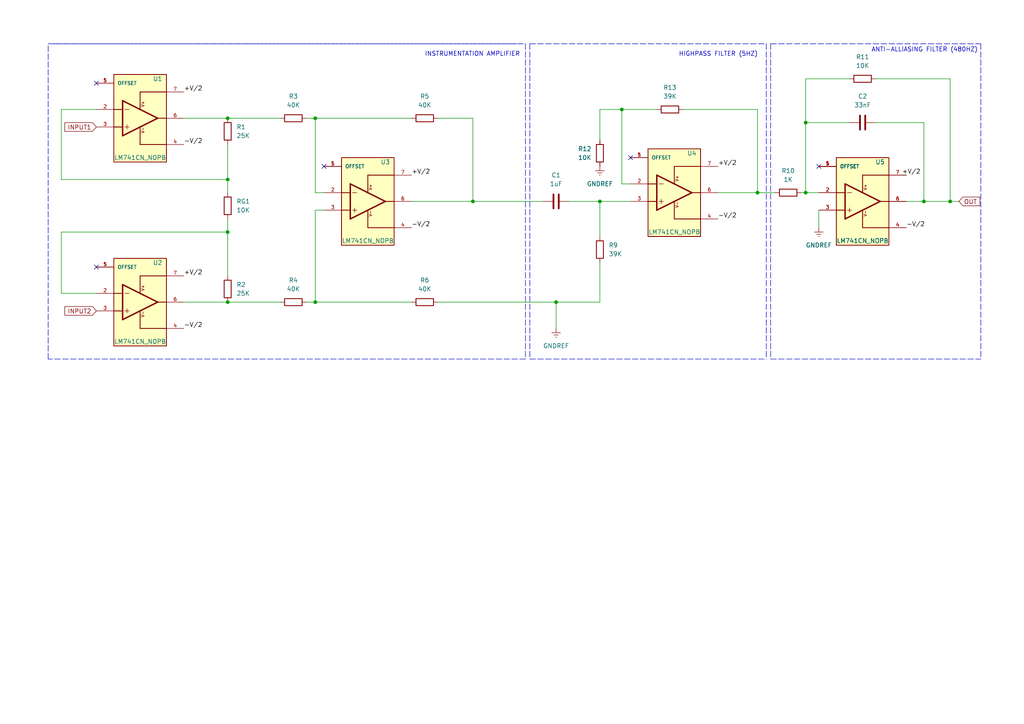
<source format=kicad_sch>
(kicad_sch (version 20211123) (generator eeschema)
  (paper "A4")
  (title_block (title "EMG_Circuit_v1.0 by Liapodimitris Efstathios Chrysovalantis") (date "2025-03-31") (rev "1"))
  (lib_symbols
    (symbol "Device:C" (pin_numbers hide) (pin_names (offset 0.254))
      (property "Reference" "C" (at 0.635 2.54 0))
      (property "Value" "C" (at 0.635 -2.54 0))
      (symbol "C_0_1"
        (polyline (pts (xy -2.032 -0.762) (xy 2.032 -0.762)) (stroke (width 0.508)))
        (polyline (pts (xy -2.032 0.762) (xy 2.032 0.762)) (stroke (width 0.508)))
      )
      (symbol "C_1_1"
        (pin passive line (at 0 3.81 270) (length 2.794) (name "~") (number "1"))
        (pin passive line (at 0 -3.81 90) (length 2.794) (name "~") (number "2"))
      )
    )
    (symbol "Device:R" (pin_numbers hide) (pin_names (offset 0))
      (property "Reference" "R" (at 2.032 0 90))
      (property "Value" "R" (at 0 0 90))
      (symbol "R_0_1"
        (rectangle (start -1.016 -2.54) (end 1.016 2.54) (stroke (width 0.254)))
      )
      (symbol "R_1_1"
        (pin passive line (at 0 3.81 270) (length 1.27) (name "~") (number "1"))
        (pin passive line (at 0 -3.81 90) (length 1.27) (name "~") (number "2"))
      )
    )
    (symbol "LM741CN:LM741CN_NOPB" (pin_names (offset 1.016))
      (property "Reference" "U" (at -7.62 13.335 0))
      (property "Value" "LM741CN_NOPB" (at -7.62 -15.24 0))
      (symbol "LM741CN_NOPB_0_0"
        (rectangle (start -7.62 -12.7) (end 7.62 12.7) (stroke (width 0.254)) (fill (type background)))
        (polyline (pts (xy -5.08 -5.08) (xy 0 -2.54)) (stroke (width 0.4064)))
        (polyline (pts (xy -5.08 -2.54) (xy -7.62 -2.54)) (stroke (width 0.254)))
        (polyline (pts (xy -5.08 -2.54) (xy -5.08 -5.08)) (stroke (width 0.4064)))
        (polyline (pts (xy -5.08 2.54) (xy -7.62 2.54)) (stroke (width 0.254)))
        (polyline (pts (xy -5.08 2.54) (xy -5.08 -2.54)) (stroke (width 0.4064)))
        (polyline (pts (xy -5.08 5.08) (xy -5.08 2.54)) (stroke (width 0.4064)))
        (polyline (pts (xy -4.445 -2.54) (xy -3.175 -2.54)) (stroke (width 0.1524)))
        (polyline (pts (xy -4.445 2.54) (xy -3.175 2.54)) (stroke (width 0.1524)))
        (polyline (pts (xy -3.81 -1.905) (xy -3.81 -3.175)) (stroke (width 0.1524)))
        (polyline (pts (xy 0 -7.62) (xy 0 -2.54)) (stroke (width 0.254)))
        (polyline (pts (xy 0 -2.54) (xy 5.08 0)) (stroke (width 0.4064)))
        (polyline (pts (xy 0 2.54) (xy -5.08 5.08)) (stroke (width 0.4064)))
        (polyline (pts (xy 0 2.54) (xy 0 7.62)) (stroke (width 0.254)))
        (polyline (pts (xy 0 7.62) (xy 7.62 7.62)) (stroke (width 0.254)))
        (polyline (pts (xy 5.08 0) (xy 0 2.54)) (stroke (width 0.4064)))
        (polyline (pts (xy 5.08 0) (xy 7.62 0)) (stroke (width 0.254)))
        (polyline (pts (xy 7.62 -7.62) (xy 0 -7.62)) (stroke (width 0.254)))
        (text "V+" (at 1.27 3.175 900) (effects (font (size 0.8128 0.8128)) (justify left bottom)))
        (text "V-" (at 1.27 -4.445 900) (effects (font (size 0.8128 0.8128)) (justify left bottom)))
        (pin input line (at -12.7 10.16 0) (length 5.08) (name "OFFSET") (number "1"))
        (pin input line (at -12.7 2.54 0) (length 5.08) (name "~") (number "2"))
        (pin input line (at -12.7 -2.54 0) (length 5.08) (name "~") (number "3"))
        (pin power_in line (at 12.7 -7.62 180) (length 5.08) (name "~") (number "4"))
        (pin input line (at -12.7 10.16 0) (length 5.08) (name "OFFSET") (number "5"))
        (pin output line (at 12.7 0 180) (length 5.08) (name "~") (number "6"))
        (pin power_in line (at 12.7 7.62 180) (length 5.08) (name "~") (number "7"))
      )
    )
    (symbol "power:GNDREF" (power) (pin_names (offset 0))
      (property "Value" "GNDREF" (at 0 -3.81 0))
      (symbol "GNDREF_0_1"
        (polyline (pts (xy -0.635 -1.905) (xy 0.635 -1.905)))
        (polyline (pts (xy -0.127 -2.54) (xy 0.127 -2.54)))
        (polyline (pts (xy 0 -1.27) (xy 0 0)))
        (polyline (pts (xy 1.27 -1.27) (xy -1.27 -1.27)))
      )
      (symbol "GNDREF_1_1"
        (pin power_in line (at 0 0 270) (length 0) hide (name "GNDREF") (number "1"))
      )
    )
  )
  (junction (at 66.04 52.07))
  (junction (at 275.59 58.42))
  (junction (at 66.04 34.29))
  (junction (at 219.71 55.88))
  (junction (at 180.34 31.75))
  (junction (at 66.04 87.63))
  (junction (at 91.44 34.29))
  (junction (at 267.97 58.42))
  (junction (at 233.68 55.88))
  (junction (at 66.04 67.31))
  (junction (at 233.68 35.56))
  (junction (at 91.44 87.63))
  (junction (at 137.16 58.42))
  (junction (at 161.29 87.63))
  (junction (at 173.99 58.42))
  (no_connect (at 182.88 45.72))
  (no_connect (at 93.98 48.26))
  (no_connect (at 27.94 77.47))
  (no_connect (at 27.94 24.13))
  (no_connect (at 237.49 48.26))
  (wire (pts (xy 93.98 55.88) (xy 91.44 55.88)))
  (wire (pts (xy 173.99 68.58) (xy 173.99 58.42)))
  (wire (pts (xy 254 35.56) (xy 267.97 35.56)))
  (wire (pts (xy 53.34 87.63) (xy 66.04 87.63)))
  (wire (pts (xy 180.34 53.34) (xy 182.88 53.34)))
  (wire (pts (xy 173.99 31.75) (xy 180.34 31.75)))
  (wire (pts (xy 219.71 55.88) (xy 219.71 31.75)))
  (wire (pts (xy 261.62 50.8) (xy 262.89 50.8)))
  (wire (pts (xy 66.04 41.91) (xy 66.04 52.07)))
  (wire (pts (xy 93.98 60.96) (xy 91.44 60.96)))
  (wire (pts (xy 233.68 22.86) (xy 233.68 35.56)))
  (wire (pts (xy 53.34 34.29) (xy 66.04 34.29)))
  (polyline (pts (xy 284.48 12.7) (xy 284.48 104.14)))
  (wire (pts (xy 180.34 31.75) (xy 180.34 53.34)))
  (wire (pts (xy 267.97 58.42) (xy 275.59 58.42)))
  (wire (pts (xy 27.94 31.75) (xy 17.78 31.75)))
  (wire (pts (xy 161.29 87.63) (xy 173.99 87.63)))
  (wire (pts (xy 66.04 52.07) (xy 66.04 55.88)))
  (wire (pts (xy 237.49 60.96) (xy 237.49 66.04)))
  (wire (pts (xy 17.78 85.09) (xy 17.78 67.31)))
  (wire (pts (xy 66.04 63.5) (xy 66.04 67.31)))
  (wire (pts (xy 27.94 85.09) (xy 17.78 85.09)))
  (wire (pts (xy 173.99 40.64) (xy 173.99 31.75)))
  (wire (pts (xy 91.44 87.63) (xy 88.9 87.63)))
  (wire (pts (xy 137.16 58.42) (xy 157.48 58.42)))
  (wire (pts (xy 246.38 22.86) (xy 233.68 22.86)))
  (wire (pts (xy 91.44 55.88) (xy 91.44 34.29)))
  (wire (pts (xy 161.29 87.63) (xy 161.29 95.25)))
  (wire (pts (xy 233.68 55.88) (xy 237.49 55.88)))
  (wire (pts (xy 137.16 34.29) (xy 137.16 58.42)))
  (wire (pts (xy 66.04 67.31) (xy 66.04 80.01)))
  (polyline (pts (xy 153.67 12.7) (xy 153.67 104.14)))
  (polyline (pts (xy 153.67 104.14) (xy 222.25 104.14)))
  (wire (pts (xy 233.68 35.56) (xy 233.68 55.88)))
  (wire (pts (xy 173.99 58.42) (xy 182.88 58.42)))
  (wire (pts (xy 66.04 87.63) (xy 81.28 87.63)))
  (polyline (pts (xy 13.97 104.14) (xy 13.97 12.7)))
  (polyline (pts (xy 223.52 12.7) (xy 223.52 104.14)))
  (wire (pts (xy 198.12 31.75) (xy 219.71 31.75)))
  (wire (pts (xy 275.59 58.42) (xy 278.13 58.42)))
  (wire (pts (xy 91.44 34.29) (xy 119.38 34.29)))
  (wire (pts (xy 17.78 31.75) (xy 17.78 52.07)))
  (wire (pts (xy 127 87.63) (xy 161.29 87.63)))
  (wire (pts (xy 208.28 55.88) (xy 219.71 55.88)))
  (polyline (pts (xy 223.52 104.14) (xy 284.48 104.14)))
  (polyline (pts (xy 222.25 12.7) (xy 222.25 104.14)))
  (wire (pts (xy 91.44 60.96) (xy 91.44 87.63)))
  (wire (pts (xy 262.89 58.42) (xy 267.97 58.42)))
  (wire (pts (xy 119.38 58.42) (xy 137.16 58.42)))
  (wire (pts (xy 91.44 34.29) (xy 88.9 34.29)))
  (wire (pts (xy 17.78 67.31) (xy 66.04 67.31)))
  (wire (pts (xy 219.71 55.88) (xy 224.79 55.88)))
  (polyline (pts (xy 15.24 12.7) (xy 152.4 12.7)))
  (wire (pts (xy 254 22.86) (xy 275.59 22.86)))
  (wire (pts (xy 267.97 35.56) (xy 267.97 58.42)))
  (polyline (pts (xy 152.4 12.7) (xy 152.4 104.14)))
  (polyline (pts (xy 13.97 12.7) (xy 149.86 12.7)))
  (wire (pts (xy 66.04 34.29) (xy 81.28 34.29)))
  (polyline (pts (xy 153.67 12.7) (xy 222.25 12.7)))
  (polyline (pts (xy 152.4 104.14) (xy 13.97 104.14)))
  (wire (pts (xy 127 34.29) (xy 137.16 34.29)))
  (wire (pts (xy 17.78 52.07) (xy 66.04 52.07)))
  (wire (pts (xy 246.38 35.56) (xy 233.68 35.56)))
  (wire (pts (xy 275.59 22.86) (xy 275.59 58.42)))
  (wire (pts (xy 232.41 55.88) (xy 233.68 55.88)))
  (polyline (pts (xy 223.52 12.7) (xy 284.48 12.7)))
  (wire (pts (xy 180.34 31.75) (xy 190.5 31.75)))
  (wire (pts (xy 173.99 76.2) (xy 173.99 87.63)))
  (wire (pts (xy 165.1 58.42) (xy 173.99 58.42)))
  (wire (pts (xy 91.44 87.63) (xy 119.38 87.63)))
  (text "HIGHPASS FILTER (5HZ)" (at 196.85 16.51 0) (effects (font (size 1.27 1.27)) (justify left bottom)))
  (text "INSTRUMENTATION AMPLIFIER" (at 123.19 16.51 0) (effects (font (size 1.27 1.27)) (justify left bottom)))
  (text "ANTI-ALLIASING FILTER (480HZ)" (at 252.73 15.24 0) (effects (font (size 1.27 1.27)) (justify left bottom)))
  (label "-V{slash}2" (at 53.34 41.91 0))
  (label "-V{slash}2" (at 119.38 66.04 0))
  (label "-V{slash}2" (at 262.89 66.04 0))
  (label "+V{slash}2" (at 261.62 50.8 0))
  (label "-V{slash}2" (at 208.28 63.5 0))
  (label "+V{slash}2" (at 119.38 50.8 0))
  (label "+V{slash}2" (at 53.34 80.01 0))
  (label "-V{slash}2" (at 53.34 95.25 0))
  (label "+V{slash}2" (at 208.28 48.26 0))
  (label "+V{slash}2" (at 53.34 26.67 0))
  (global_label "INPUT1" (shape input) (at 27.94 36.83 180) (property "Intersheet References" "${INTERSHEET_REFS}" (effects hide)))
  (global_label "INPUT2" (shape input) (at 27.94 90.17 180) (property "Intersheet References" "${INTERSHEET_REFS}" (effects hide)))
  (global_label "OUT" (shape input) (at 278.13 58.42 0) (property "Intersheet References" "${INTERSHEET_REFS}" (effects hide)))
  (symbol (lib_id "Device:R") (at 85.09 87.63 90) (unit 1)
    (property "Reference" "R4" (at 85.09 81.28 90))
    (property "Value" "40K" (at 85.09 83.82 90))
    (property "Footprint" "Resistor_THT:R_Axial_DIN0204_L3.6mm_D1.6mm_P7.62mm_Horizontal" (effects hide))
  )
  (symbol (lib_id "Device:C") (at 250.19 35.56 90) (unit 1)
    (property "Reference" "C2" (at 250.19 27.94 90))
    (property "Value" "33nF" (at 250.19 30.48 90))
  )
  (symbol (lib_id "power:GNDREF") (at 173.99 48.26 0) (unit 1)
    (property "Reference" "#PWR0101" (effects hide))
    (property "Value" "GNDREF" (at 173.99 53.34 0))
  )
  (symbol (lib_id "Device:R") (at 173.99 44.45 0) (unit 1)
    (property "Reference" "R12" (at 167.64 43.18 0) (effects (justify left)))
    (property "Value" "10K" (at 167.64 45.72 0) (effects (justify left)))
    (property "Footprint" "Resistor_THT:R_Axial_DIN0204_L3.6mm_D1.6mm_P7.62mm_Horizontal" (effects hide))
  )
  (symbol (lib_id "Device:R") (at 66.04 38.1 0) (unit 1)
    (property "Reference" "R1" (at 68.58 36.8299 0) (effects (justify left)))
    (property "Value" "25K" (at 68.58 39.3699 0) (effects (justify left)))
    (property "Footprint" "Resistor_THT:R_Axial_DIN0204_L3.6mm_D1.6mm_P7.62mm_Horizontal" (effects hide))
  )
  (symbol (lib_id "LM741CN:LM741CN_NOPB") (at 250.19 58.42 0) (unit 1)
    (property "Reference" "U5" (at 255.27 46.99 0))
    (property "Value" "LM741CN_NOPB" (at 250.19 69.85 0))
    (property "Footprint" "LM741CN_NOPB:DIP794W45P254L1016H508Q8" (effects hide))
    (property "MF" "Texas" (effects hide))
    (property "MAXIMUM_PACKAGE_HEIGHT" "5.08mm" (effects hide))
    (property "Package" "PDIP-8 Texas" (effects hide))
    (property "Price" "None" (effects hide))
    (property "Check_prices" "https://www.snapeda.com/parts/LM741CN/Texas+Instruments/view-part/?ref=eda" (effects hide))
    (property "STANDARD" "IPC 7351B" (effects hide))
    (property "PARTREV" "N/A" (effects hide))
    (property "SnapEDA_Link" "https://www.snapeda.com/parts/LM741CN/Texas+Instruments/view-part/?ref=snap" (effects hide))
    (property "MP" "LM741CN" (effects hide))
    (property "Description" "\n                        \n                            INTEGRATED CIRCUIT SINGLE GENERAL PURPOSE OPERATIONAL AMP 8-LEAD DIP\n                        \n" (effects hide))
    (property "Availability" "In Stock" (effects hide))
    (property "MANUFACTURER" "Texas Instruments" (effects hide))
  )
  (symbol (lib_id "Device:R") (at 123.19 34.29 90) (unit 1)
    (property "Reference" "R5" (at 123.19 27.94 90))
    (property "Value" "40K" (at 123.19 30.48 90))
    (property "Footprint" "Resistor_THT:R_Axial_DIN0204_L3.6mm_D1.6mm_P7.62mm_Horizontal" (effects hide))
  )
  (symbol (lib_id "Device:R") (at 173.99 72.39 0) (unit 1)
    (property "Reference" "R9" (at 176.53 71.1199 0) (effects (justify left)))
    (property "Value" "39K" (at 176.53 73.6599 0) (effects (justify left)))
    (property "Footprint" "Resistor_THT:R_Axial_DIN0204_L3.6mm_D1.6mm_P7.62mm_Horizontal" (effects hide))
  )
  (symbol (lib_id "Device:R") (at 85.09 34.29 90) (unit 1)
    (property "Reference" "R3" (at 85.09 27.94 90))
    (property "Value" "40K" (at 85.09 30.48 90))
    (property "Footprint" "Resistor_THT:R_Axial_DIN0204_L3.6mm_D1.6mm_P7.62mm_Horizontal" (effects hide))
  )
  (symbol (lib_id "Device:R") (at 250.19 22.86 90) (unit 1)
    (property "Reference" "R11" (at 250.19 16.51 90))
    (property "Value" "10K" (at 250.19 19.05 90))
    (property "Footprint" "Resistor_THT:R_Axial_DIN0204_L3.6mm_D1.6mm_P7.62mm_Horizontal" (effects hide))
  )
  (symbol (lib_id "Device:R") (at 123.19 87.63 90) (unit 1)
    (property "Reference" "R6" (at 123.19 81.28 90))
    (property "Value" "40K" (at 123.19 83.82 90))
    (property "Footprint" "Resistor_THT:R_Axial_DIN0204_L3.6mm_D1.6mm_P7.62mm_Horizontal" (effects hide))
  )
  (symbol (lib_id "LM741CN:LM741CN_NOPB") (at 40.64 87.63 0) (unit 1)
    (property "Reference" "U2" (at 45.72 76.2 0))
    (property "Value" "LM741CN_NOPB" (at 40.64 99.06 0))
    (property "Footprint" "LM741CN_NOPB:DIP794W45P254L1016H508Q8" (effects hide))
    (property "MF" "Texas" (effects hide))
    (property "MAXIMUM_PACKAGE_HEIGHT" "5.08mm" (effects hide))
    (property "Package" "PDIP-8 Texas" (effects hide))
    (property "Price" "None" (effects hide))
    (property "Check_prices" "https://www.snapeda.com/parts/LM741CN/Texas+Instruments/view-part/?ref=eda" (effects hide))
    (property "STANDARD" "IPC 7351B" (effects hide))
    (property "PARTREV" "N/A" (effects hide))
    (property "SnapEDA_Link" "https://www.snapeda.com/parts/LM741CN/Texas+Instruments/view-part/?ref=snap" (effects hide))
    (property "MP" "LM741CN" (effects hide))
    (property "Description" "\n                        \n                            INTEGRATED CIRCUIT SINGLE GENERAL PURPOSE OPERATIONAL AMP 8-LEAD DIP\n                        \n" (effects hide))
    (property "Availability" "In Stock" (effects hide))
    (property "MANUFACTURER" "Texas Instruments" (effects hide))
  )
  (symbol (lib_id "Device:C") (at 161.29 58.42 90) (unit 1)
    (property "Reference" "C1" (at 161.29 50.8 90))
    (property "Value" "1uF" (at 161.29 53.34 90))
  )
  (symbol (lib_id "LM741CN:LM741CN_NOPB") (at 40.64 34.29 0) (unit 1)
    (property "Reference" "U1" (at 45.72 22.86 0))
    (property "Value" "LM741CN_NOPB" (at 40.64 45.72 0))
    (property "Footprint" "LM741CN_NOPB:DIP794W45P254L1016H508Q8" (effects hide))
    (property "MF" "Texas" (effects hide))
    (property "MAXIMUM_PACKAGE_HEIGHT" "5.08mm" (effects hide))
    (property "Package" "PDIP-8 Texas" (effects hide))
    (property "Price" "None" (effects hide))
    (property "Check_prices" "https://www.snapeda.com/parts/LM741CN/Texas+Instruments/view-part/?ref=eda" (effects hide))
    (property "STANDARD" "IPC 7351B" (effects hide))
    (property "PARTREV" "N/A" (effects hide))
    (property "SnapEDA_Link" "https://www.snapeda.com/parts/LM741CN/Texas+Instruments/view-part/?ref=snap" (effects hide))
    (property "MP" "LM741CN" (effects hide))
    (property "Description" "\n                        \n                            INTEGRATED CIRCUIT SINGLE GENERAL PURPOSE OPERATIONAL AMP 8-LEAD DIP\n                        \n" (effects hide))
    (property "Availability" "In Stock" (effects hide))
    (property "MANUFACTURER" "Texas Instruments" (effects hide))
  )
  (symbol (lib_id "Device:R") (at 194.31 31.75 90) (unit 1)
    (property "Reference" "R13" (at 194.31 25.4 90))
    (property "Value" "39K" (at 194.31 27.94 90))
    (property "Footprint" "Resistor_THT:R_Axial_DIN0204_L3.6mm_D1.6mm_P7.62mm_Horizontal" (effects hide))
  )
  (symbol (lib_id "LM741CN:LM741CN_NOPB") (at 195.58 55.88 0) (unit 1)
    (property "Reference" "U4" (at 200.66 44.45 0))
    (property "Value" "LM741CN_NOPB" (at 195.58 67.31 0))
    (property "Footprint" "LM741CN_NOPB:DIP794W45P254L1016H508Q8" (effects hide))
    (property "MF" "Texas" (effects hide))
    (property "MAXIMUM_PACKAGE_HEIGHT" "5.08mm" (effects hide))
    (property "Package" "PDIP-8 Texas" (effects hide))
    (property "Price" "None" (effects hide))
    (property "Check_prices" "https://www.snapeda.com/parts/LM741CN/Texas+Instruments/view-part/?ref=eda" (effects hide))
    (property "STANDARD" "IPC 7351B" (effects hide))
    (property "PARTREV" "N/A" (effects hide))
    (property "SnapEDA_Link" "https://www.snapeda.com/parts/LM741CN/Texas+Instruments/view-part/?ref=snap" (effects hide))
    (property "MP" "LM741CN" (effects hide))
    (property "Description" "\n                        \n                            INTEGRATED CIRCUIT SINGLE GENERAL PURPOSE OPERATIONAL AMP 8-LEAD DIP\n                        \n" (effects hide))
    (property "Availability" "In Stock" (effects hide))
    (property "MANUFACTURER" "Texas Instruments" (effects hide))
  )
  (symbol (lib_id "Device:R") (at 228.6 55.88 90) (unit 1)
    (property "Reference" "R10" (at 228.6 49.53 90))
    (property "Value" "1K" (at 228.6 52.07 90))
    (property "Footprint" "Resistor_THT:R_Axial_DIN0204_L3.6mm_D1.6mm_P7.62mm_Horizontal" (effects hide))
  )
  (symbol (lib_id "Device:R") (at 66.04 83.82 0) (unit 1)
    (property "Reference" "R2" (at 68.58 82.5499 0) (effects (justify left)))
    (property "Value" "25K" (at 68.58 85.0899 0) (effects (justify left)))
    (property "Footprint" "Resistor_THT:R_Axial_DIN0204_L3.6mm_D1.6mm_P7.62mm_Horizontal" (effects hide))
  )
  (symbol (lib_id "power:GNDREF") (at 237.49 66.04 0) (unit 1)
    (property "Reference" "#PWR0105" (effects hide))
    (property "Value" "GNDREF" (at 237.49 71.12 0))
  )
  (symbol (lib_id "LM741CN:LM741CN_NOPB") (at 106.68 58.42 0) (unit 1)
    (property "Reference" "U3" (at 111.76 46.99 0))
    (property "Value" "LM741CN_NOPB" (at 106.68 69.85 0))
    (property "Footprint" "LM741CN_NOPB:DIP794W45P254L1016H508Q8" (effects hide))
    (property "MF" "Texas" (effects hide))
    (property "MAXIMUM_PACKAGE_HEIGHT" "5.08mm" (effects hide))
    (property "Package" "PDIP-8 Texas" (effects hide))
    (property "Price" "None" (effects hide))
    (property "Check_prices" "https://www.snapeda.com/parts/LM741CN/Texas+Instruments/view-part/?ref=eda" (effects hide))
    (property "STANDARD" "IPC 7351B" (effects hide))
    (property "PARTREV" "N/A" (effects hide))
    (property "SnapEDA_Link" "https://www.snapeda.com/parts/LM741CN/Texas+Instruments/view-part/?ref=snap" (effects hide))
    (property "MP" "LM741CN" (effects hide))
    (property "Description" "\n                        \n                            INTEGRATED CIRCUIT SINGLE GENERAL PURPOSE OPERATIONAL AMP 8-LEAD DIP\n                        \n" (effects hide))
    (property "Availability" "In Stock" (effects hide))
    (property "MANUFACTURER" "Texas Instruments" (effects hide))
  )
  (symbol (lib_id "Device:R") (at 66.04 59.69 0) (unit 1)
    (property "Reference" "RG1" (at 68.58 58.4199 0) (effects (justify left)))
    (property "Value" "10K" (at 68.58 60.9599 0) (effects (justify left)))
    (property "Footprint" "Resistor_THT:R_Axial_DIN0204_L3.6mm_D1.6mm_P7.62mm_Horizontal" (effects hide))
  )
  (symbol (lib_id "power:GNDREF") (at 161.29 95.25 0) (unit 1)
    (property "Reference" "#PWR0102" (effects hide))
    (property "Value" "GNDREF" (at 161.29 100.33 0))
  )
)
</source>
